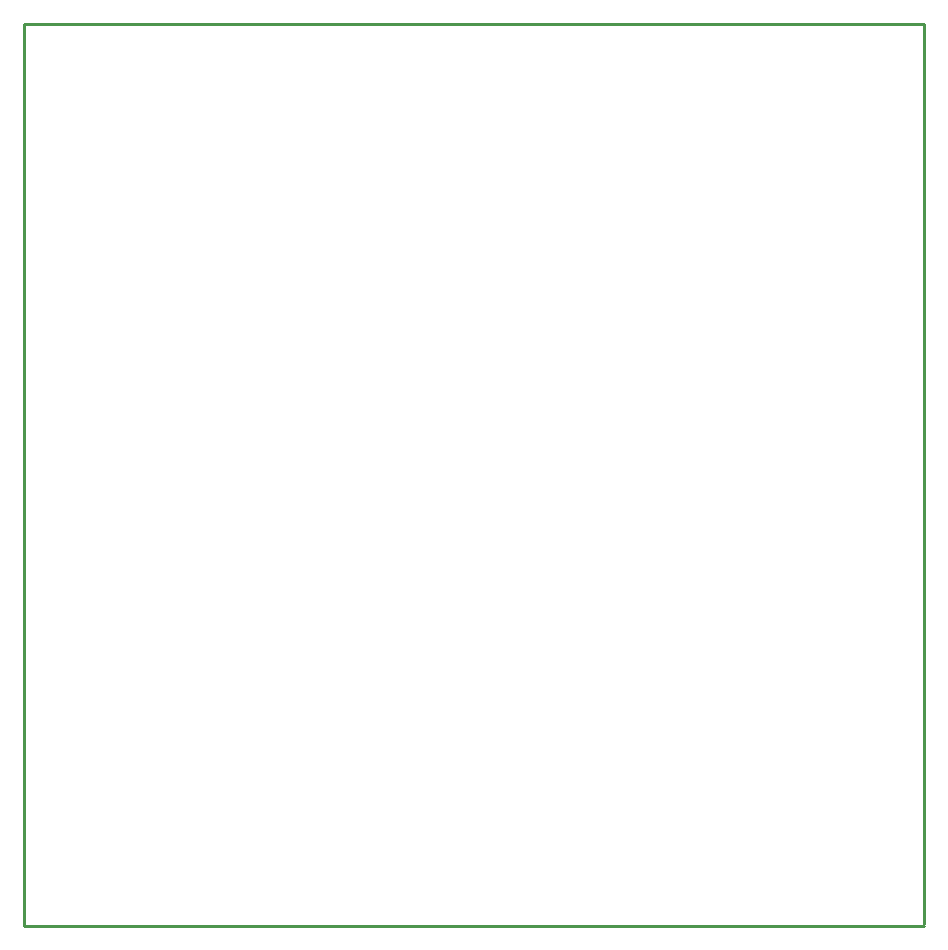
<source format=gm1>
G04*
G04 #@! TF.GenerationSoftware,Altium Limited,Altium Designer,20.2.6 (244)*
G04*
G04 Layer_Color=16711935*
%FSLAX24Y24*%
%MOIN*%
G70*
G04*
G04 #@! TF.SameCoordinates,67DAE9A7-D567-40AA-987E-AE02A1C53A3D*
G04*
G04*
G04 #@! TF.FilePolarity,Positive*
G04*
G01*
G75*
%ADD10C,0.0100*%
D10*
X10050Y49850D02*
X40050D01*
X10050Y19800D02*
Y49850D01*
X10050Y19800D02*
X40050D01*
X40050Y49850D02*
X40050Y19850D01*
X10050Y49850D02*
X40050D01*
X10050Y19800D02*
Y49850D01*
X10050Y19800D02*
X40050D01*
X40050Y49850D02*
X40050Y19850D01*
M02*

</source>
